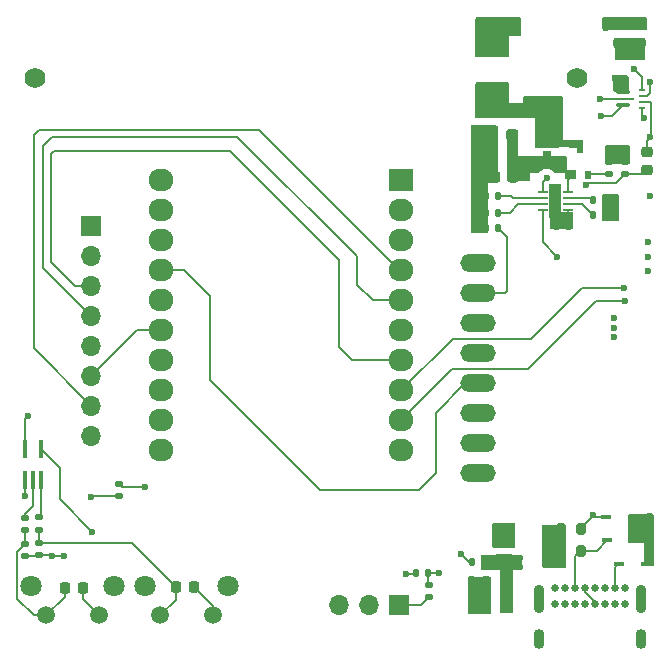
<source format=gbr>
%TF.GenerationSoftware,KiCad,Pcbnew,8.0.0*%
%TF.CreationDate,2025-02-07T12:18:44-03:30*%
%TF.ProjectId,Detection_Eval,44657465-6374-4696-9f6e-5f4576616c2e,rev?*%
%TF.SameCoordinates,Original*%
%TF.FileFunction,Copper,L4,Bot*%
%TF.FilePolarity,Positive*%
%FSLAX46Y46*%
G04 Gerber Fmt 4.6, Leading zero omitted, Abs format (unit mm)*
G04 Created by KiCad (PCBNEW 8.0.0) date 2025-02-07 12:18:44*
%MOMM*%
%LPD*%
G01*
G04 APERTURE LIST*
G04 Aperture macros list*
%AMRoundRect*
0 Rectangle with rounded corners*
0 $1 Rounding radius*
0 $2 $3 $4 $5 $6 $7 $8 $9 X,Y pos of 4 corners*
0 Add a 4 corners polygon primitive as box body*
4,1,4,$2,$3,$4,$5,$6,$7,$8,$9,$2,$3,0*
0 Add four circle primitives for the rounded corners*
1,1,$1+$1,$2,$3*
1,1,$1+$1,$4,$5*
1,1,$1+$1,$6,$7*
1,1,$1+$1,$8,$9*
0 Add four rect primitives between the rounded corners*
20,1,$1+$1,$2,$3,$4,$5,0*
20,1,$1+$1,$4,$5,$6,$7,0*
20,1,$1+$1,$6,$7,$8,$9,0*
20,1,$1+$1,$8,$9,$2,$3,0*%
G04 Aperture macros list end*
%TA.AperFunction,ComponentPad*%
%ADD10O,1.700000X1.700000*%
%TD*%
%TA.AperFunction,ComponentPad*%
%ADD11R,1.700000X1.700000*%
%TD*%
%TA.AperFunction,ComponentPad*%
%ADD12C,0.650000*%
%TD*%
%TA.AperFunction,ComponentPad*%
%ADD13O,0.900000X1.700000*%
%TD*%
%TA.AperFunction,ComponentPad*%
%ADD14O,0.900000X2.400000*%
%TD*%
%TA.AperFunction,ComponentPad*%
%ADD15C,1.498600*%
%TD*%
%TA.AperFunction,ComponentPad*%
%ADD16C,1.803400*%
%TD*%
%TA.AperFunction,ComponentPad*%
%ADD17C,1.760000*%
%TD*%
%TA.AperFunction,SMDPad,CuDef*%
%ADD18R,0.500000X0.750000*%
%TD*%
%TA.AperFunction,SMDPad,CuDef*%
%ADD19RoundRect,0.135000X-0.185000X0.135000X-0.185000X-0.135000X0.185000X-0.135000X0.185000X0.135000X0*%
%TD*%
%TA.AperFunction,SMDPad,CuDef*%
%ADD20R,2.794000X2.958600*%
%TD*%
%TA.AperFunction,SMDPad,CuDef*%
%ADD21R,0.812800X0.355600*%
%TD*%
%TA.AperFunction,SMDPad,CuDef*%
%ADD22RoundRect,0.135000X0.185000X-0.135000X0.185000X0.135000X-0.185000X0.135000X-0.185000X-0.135000X0*%
%TD*%
%TA.AperFunction,SMDPad,CuDef*%
%ADD23RoundRect,0.100000X0.100000X-0.650000X0.100000X0.650000X-0.100000X0.650000X-0.100000X-0.650000X0*%
%TD*%
%TA.AperFunction,SMDPad,CuDef*%
%ADD24RoundRect,0.225000X0.250000X-0.225000X0.250000X0.225000X-0.250000X0.225000X-0.250000X-0.225000X0*%
%TD*%
%TA.AperFunction,SMDPad,CuDef*%
%ADD25RoundRect,0.087500X-0.487500X-0.087500X0.487500X-0.087500X0.487500X0.087500X-0.487500X0.087500X0*%
%TD*%
%TA.AperFunction,SMDPad,CuDef*%
%ADD26RoundRect,0.050000X-0.675000X-0.050000X0.675000X-0.050000X0.675000X0.050000X-0.675000X0.050000X0*%
%TD*%
%TA.AperFunction,SMDPad,CuDef*%
%ADD27RoundRect,0.062500X-0.162500X-0.062500X0.162500X-0.062500X0.162500X0.062500X-0.162500X0.062500X0*%
%TD*%
%TA.AperFunction,SMDPad,CuDef*%
%ADD28RoundRect,0.135000X0.135000X0.185000X-0.135000X0.185000X-0.135000X-0.185000X0.135000X-0.185000X0*%
%TD*%
%TA.AperFunction,SMDPad,CuDef*%
%ADD29R,1.470000X1.200000*%
%TD*%
%TA.AperFunction,SMDPad,CuDef*%
%ADD30RoundRect,0.225000X0.225000X0.250000X-0.225000X0.250000X-0.225000X-0.250000X0.225000X-0.250000X0*%
%TD*%
%TA.AperFunction,SMDPad,CuDef*%
%ADD31RoundRect,0.135000X-0.135000X-0.185000X0.135000X-0.185000X0.135000X0.185000X-0.135000X0.185000X0*%
%TD*%
%TA.AperFunction,SMDPad,CuDef*%
%ADD32R,0.806066X0.256842*%
%TD*%
%TA.AperFunction,SMDPad,CuDef*%
%ADD33R,1.000000X3.000000*%
%TD*%
%TA.AperFunction,SMDPad,CuDef*%
%ADD34R,2.082800X3.429000*%
%TD*%
%TA.AperFunction,SMDPad,CuDef*%
%ADD35R,0.711200X1.524000*%
%TD*%
%TA.AperFunction,ComponentPad*%
%ADD36R,2.100000X1.900000*%
%TD*%
%TA.AperFunction,ComponentPad*%
%ADD37O,2.100000X1.900000*%
%TD*%
%TA.AperFunction,SMDPad,CuDef*%
%ADD38RoundRect,0.200000X0.200000X0.275000X-0.200000X0.275000X-0.200000X-0.275000X0.200000X-0.275000X0*%
%TD*%
%TA.AperFunction,ComponentPad*%
%ADD39O,3.000000X1.500000*%
%TD*%
%TA.AperFunction,ViaPad*%
%ADD40C,0.600000*%
%TD*%
%TA.AperFunction,Conductor*%
%ADD41C,0.200000*%
%TD*%
G04 APERTURE END LIST*
D10*
%TO.P,U5,8,BL*%
%TO.N,BACKLIGHT*%
X96300000Y-124010000D03*
%TO.P,U5,7,RST*%
%TO.N,RESET*%
X96300000Y-121470000D03*
%TO.P,U5,6,DC*%
%TO.N,DATA{slash}CMD_SEL*%
X96300000Y-118930000D03*
%TO.P,U5,5,CS*%
%TO.N,HSPI_CS*%
X96300000Y-116390000D03*
%TO.P,U5,4,CLK*%
%TO.N,HSPI_CLK*%
X96300000Y-113850000D03*
%TO.P,U5,3,DIN*%
%TO.N,HSPI_MOSI*%
X96300000Y-111310000D03*
%TO.P,U5,2,GND*%
%TO.N,GND*%
X96300000Y-108770000D03*
D11*
%TO.P,U5,1,VCC*%
%TO.N,+3V3*%
X96300000Y-106230000D03*
%TD*%
D12*
%TO.P,J1,A1,GND*%
%TO.N,GND*%
X135560000Y-136840000D03*
%TO.P,J1,A4,VBUS*%
%TO.N,VBUS*%
X136410000Y-136840000D03*
%TO.P,J1,A5,CC1*%
%TO.N,/Battery/CC1*%
X137260000Y-136840000D03*
%TO.P,J1,A6,DP1*%
%TO.N,/Battery/DP*%
X138110000Y-136840000D03*
%TO.P,J1,A7,DN1*%
%TO.N,/Battery/DN*%
X138960000Y-136840000D03*
%TO.P,J1,A8,SBU1*%
%TO.N,unconnected-(J1-SBU1-PadA8)*%
X139810000Y-136840000D03*
%TO.P,J1,A9,VBUS*%
%TO.N,VBUS*%
X140660000Y-136840000D03*
%TO.P,J1,A12,GND*%
%TO.N,GND*%
X141510000Y-136840000D03*
%TO.P,J1,B1,GND*%
X141510000Y-138190000D03*
%TO.P,J1,B4,VBUS*%
%TO.N,VBUS*%
X140660000Y-138190000D03*
%TO.P,J1,B5,CC2*%
%TO.N,/Battery/CC2*%
X139810000Y-138190000D03*
%TO.P,J1,B6,DP2*%
%TO.N,/Battery/DP*%
X138960000Y-138190000D03*
%TO.P,J1,B7,DN2*%
%TO.N,/Battery/DN*%
X138110000Y-138190000D03*
%TO.P,J1,B8,SBU2*%
%TO.N,unconnected-(J1-SBU2-PadB8)*%
X137260000Y-138190000D03*
%TO.P,J1,B9,VBUS*%
%TO.N,VBUS*%
X136410000Y-138190000D03*
%TO.P,J1,B12,GND*%
%TO.N,GND*%
X135560000Y-138190000D03*
D13*
%TO.P,J1,S1,SHELL*%
X134210000Y-141200000D03*
%TO.P,J1,S2,SHELL*%
X142860000Y-141200000D03*
D14*
%TO.P,J1,S3,SHELL*%
X134210000Y-137820000D03*
%TO.P,J1,S4,SHELL*%
X142860000Y-137820000D03*
%TD*%
D15*
%TO.P,U9,1,1*%
%TO.N,Net-(C1-Pad2)*%
X102109999Y-139200000D03*
%TO.P,U9,2,2*%
%TO.N,+5V*%
X106610000Y-139200000D03*
D16*
%TO.P,U9,3,3*%
%TO.N,GND*%
X100854999Y-136709701D03*
%TO.P,U9,4,4*%
X107865000Y-136709701D03*
%TD*%
D17*
%TO.P,BT2,N*%
%TO.N,GND*%
X91500000Y-93700000D03*
%TO.P,BT2,P*%
%TO.N,Net-(BT2-PadP)*%
X137370000Y-93700000D03*
%TD*%
D15*
%TO.P,U2,1,1*%
%TO.N,Net-(C2-Pad2)*%
X92471749Y-139166699D03*
%TO.P,U2,2,2*%
%TO.N,+5V*%
X96971750Y-139166699D03*
D16*
%TO.P,U2,3,3*%
%TO.N,GND*%
X91216749Y-136676400D03*
%TO.P,U2,4,4*%
X98226750Y-136676400D03*
%TD*%
D11*
%TO.P,U4,1,SIGNAL*%
%TO.N,Net-(U4-SIGNAL)*%
X122335000Y-138325000D03*
D10*
%TO.P,U4,2,V+*%
%TO.N,+3V3*%
X119795000Y-138325000D03*
%TO.P,U4,3,GND*%
%TO.N,GND*%
X117255000Y-138325000D03*
%TD*%
D18*
%TO.P,Q2,1,D*%
%TO.N,Net-(Q2-D)*%
X138350000Y-101872800D03*
%TO.P,Q2,2,G*%
%TO.N,VDD*%
X137050000Y-101872800D03*
%TO.P,Q2,3,S*%
%TO.N,VCC*%
X137700000Y-99672800D03*
%TD*%
D19*
%TO.P,R8,1*%
%TO.N,Net-(C2-Pad2)*%
X90700000Y-133170000D03*
%TO.P,R8,2*%
%TO.N,GND*%
X90700000Y-134190000D03*
%TD*%
D20*
%TO.P,L1,1,1*%
%TO.N,VCC*%
X130200000Y-95500000D03*
%TO.P,L1,2,2*%
%TO.N,Net-(U7-SW)*%
X130200000Y-90458600D03*
%TD*%
D21*
%TO.P,D4,2,A*%
%TO.N,GND*%
X143217600Y-134800000D03*
%TO.P,D4,1,K*%
%TO.N,VBUS*%
X140982400Y-134800000D03*
%TD*%
D22*
%TO.P,R23,1*%
%TO.N,Net-(C2-Pad2)*%
X90700000Y-132000000D03*
%TO.P,R23,2*%
%TO.N,/BUTTON2*%
X90700000Y-130980000D03*
%TD*%
%TO.P,R17,1*%
%TO.N,Net-(Q2-D)*%
X140100000Y-101782800D03*
%TO.P,R17,2*%
%TO.N,Net-(BT2-PadP)*%
X140100000Y-100762800D03*
%TD*%
D23*
%TO.P,U1,1*%
%TO.N,/BUTTON1*%
X92000000Y-127760000D03*
%TO.P,U1,2*%
%TO.N,/BUTTON2*%
X91350000Y-127760000D03*
%TO.P,U1,3,GND*%
%TO.N,GND*%
X90700000Y-127760000D03*
%TO.P,U1,4*%
%TO.N,FAILSAFE*%
X90700000Y-125100000D03*
%TO.P,U1,5,VCC*%
%TO.N,+5V*%
X92000000Y-125100000D03*
%TD*%
D24*
%TO.P,C6,1*%
%TO.N,VCC*%
X141000000Y-90700000D03*
%TO.P,C6,2*%
%TO.N,GND*%
X141000000Y-89150000D03*
%TD*%
D25*
%TO.P,U7,1,GND*%
%TO.N,GND*%
X141300000Y-96000000D03*
D26*
%TO.P,U7,2,SW*%
%TO.N,Net-(U7-SW)*%
X141450000Y-95450000D03*
D25*
%TO.P,U7,3,VOUT*%
%TO.N,+5V*%
X141300000Y-94900000D03*
D27*
%TO.P,U7,4,FB*%
%TO.N,Net-(U7-FB)*%
X142900000Y-94700000D03*
%TO.P,U7,5,EN*%
%TO.N,VCC*%
X142900000Y-95200000D03*
%TO.P,U7,6,MODE*%
%TO.N,GND*%
X142900000Y-95700000D03*
%TO.P,U7,7,VIN*%
%TO.N,VCC*%
X142900000Y-96200000D03*
%TD*%
D28*
%TO.P,R20,1*%
%TO.N,GND*%
X139810000Y-104000000D03*
%TO.P,R20,2*%
%TO.N,Net-(U8-ISET)*%
X138790000Y-104000000D03*
%TD*%
%TO.P,R19,1*%
%TO.N,GND*%
X139810000Y-105300000D03*
%TO.P,R19,2*%
%TO.N,Net-(U8-TS)*%
X138790000Y-105300000D03*
%TD*%
D29*
%TO.P,FB1,1*%
%TO.N,VBUS*%
X131200000Y-134600000D03*
%TO.P,FB1,2*%
%TO.N,VDD*%
X131200000Y-132880000D03*
%TD*%
D30*
%TO.P,C1,1*%
%TO.N,+5V*%
X105010000Y-136800000D03*
%TO.P,C1,2*%
%TO.N,Net-(C1-Pad2)*%
X103460000Y-136800000D03*
%TD*%
D28*
%TO.P,R7,1*%
%TO.N,Net-(U3-ADO)*%
X130710000Y-106400000D03*
%TO.P,R7,2*%
%TO.N,GND*%
X129690000Y-106400000D03*
%TD*%
D21*
%TO.P,D6,1,K*%
%TO.N,/Battery/CC2*%
X139882400Y-130900000D03*
%TO.P,D6,2,A*%
%TO.N,GND*%
X142117600Y-130900000D03*
%TD*%
D22*
%TO.P,R1,1*%
%TO.N,Net-(C1-Pad2)*%
X91900000Y-131920000D03*
%TO.P,R1,2*%
%TO.N,/BUTTON1*%
X91900000Y-130900000D03*
%TD*%
D31*
%TO.P,R21,1*%
%TO.N,GND*%
X129700000Y-103700000D03*
%TO.P,R21,2*%
%TO.N,Net-(U8-VSET)*%
X130720000Y-103700000D03*
%TD*%
D19*
%TO.P,R3,1*%
%TO.N,Net-(C1-Pad2)*%
X91900000Y-133100000D03*
%TO.P,R3,2*%
%TO.N,GND*%
X91900000Y-134120000D03*
%TD*%
D30*
%TO.P,C2,1*%
%TO.N,+5V*%
X95575000Y-136900000D03*
%TO.P,C2,2*%
%TO.N,Net-(C2-Pad2)*%
X94025000Y-136900000D03*
%TD*%
D31*
%TO.P,R22,1*%
%TO.N,GND*%
X129690000Y-105100000D03*
%TO.P,R22,2*%
%TO.N,Net-(U8-TMR)*%
X130710000Y-105100000D03*
%TD*%
D32*
%TO.P,U8,1,IN*%
%TO.N,VDD*%
X136606066Y-103372801D03*
%TO.P,U8,2,ISET*%
%TO.N,Net-(U8-ISET)*%
X136606066Y-103872799D03*
%TO.P,U8,3,TS*%
%TO.N,Net-(U8-TS)*%
X136606066Y-104372799D03*
%TO.P,U8,4,GND*%
%TO.N,GND*%
X136606066Y-104872800D03*
%TO.P,U8,5,STAT*%
%TO.N,Net-(D1-K)*%
X134500000Y-104872800D03*
%TO.P,U8,6,TMR*%
%TO.N,Net-(U8-TMR)*%
X134500000Y-104372799D03*
%TO.P,U8,7,VSET*%
%TO.N,Net-(U8-VSET)*%
X134500000Y-103872799D03*
%TO.P,U8,8,OUT*%
%TO.N,Net-(U8-OUT)*%
X134500000Y-103372801D03*
D33*
%TO.P,U8,9,Thermal_Pad*%
%TO.N,GND*%
X135553033Y-104122799D03*
%TD*%
D34*
%TO.P,D2,1,K*%
%TO.N,VCC*%
X134900000Y-97920300D03*
D35*
%TO.P,D2,2,A*%
%TO.N,VDD*%
X134900000Y-100600000D03*
%TD*%
D28*
%TO.P,R10,1*%
%TO.N,ECG*%
X124800000Y-135610000D03*
%TO.P,R10,2*%
%TO.N,GND*%
X123780000Y-135610000D03*
%TD*%
D30*
%TO.P,C11,1*%
%TO.N,VDD*%
X131975000Y-102100000D03*
%TO.P,C11,2*%
%TO.N,GND*%
X130425000Y-102100000D03*
%TD*%
D36*
%TO.P,U6,1,RESET_5V*%
%TO.N,unconnected-(U6-RESET_5V-Pad1)*%
X122500000Y-102340000D03*
D37*
%TO.P,U6,2,ADC*%
%TO.N,ECG*%
X122500000Y-104880000D03*
%TO.P,U6,3,CH_PD*%
%TO.N,unconnected-(U6-CH_PD-Pad3)*%
X122500000Y-107420000D03*
%TO.P,U6,4,GPIO16*%
%TO.N,RESET*%
X122500000Y-109960000D03*
%TO.P,U6,5,GPIO14*%
%TO.N,HSPI_CLK*%
X122500000Y-112500000D03*
%TO.P,U6,6,GPIO12*%
%TO.N,Net-(U6-GPIO12)*%
X122500000Y-115040000D03*
%TO.P,U6,7,GPIO13*%
%TO.N,HSPI_MOSI*%
X122500000Y-117580000D03*
%TO.P,U6,8,VIN*%
%TO.N,Net-(U6-VIN)*%
X122500000Y-120120000D03*
%TO.P,U6,9,VBAT*%
%TO.N,Net-(U6-VBAT)*%
X122500000Y-122660000D03*
%TO.P,U6,10,GND*%
%TO.N,GND*%
X122500000Y-125200000D03*
%TO.P,U6,11,GND*%
X102180000Y-125200000D03*
%TO.P,U6,12,LDO_EN*%
%TO.N,unconnected-(U6-LDO_EN-Pad12)*%
X102180000Y-122660000D03*
%TO.P,U6,13,3.3V*%
%TO.N,+3V3*%
X102180000Y-120120000D03*
%TO.P,U6,14,GPIO15*%
%TO.N,HSPI_CS*%
X102180000Y-117580000D03*
%TO.P,U6,15,GPIO2*%
%TO.N,DATA{slash}CMD_SEL*%
X102180000Y-115040000D03*
%TO.P,U6,16,GPIO0*%
%TO.N,BACKLIGHT*%
X102180000Y-112500000D03*
%TO.P,U6,17,GPIO4*%
%TO.N,SDA_ACCEL*%
X102180000Y-109960000D03*
%TO.P,U6,18,GPIO5*%
%TO.N,SCL_ACCEL*%
X102180000Y-107420000D03*
%TO.P,U6,19,RXD*%
%TO.N,unconnected-(U6-RXD-Pad19)*%
X102180000Y-104880000D03*
%TO.P,U6,20,TXD*%
%TO.N,unconnected-(U6-TXD-Pad20)*%
X102180000Y-102340000D03*
%TD*%
D38*
%TO.P,R15,2*%
%TO.N,GND*%
X136075000Y-131900000D03*
%TO.P,R15,1*%
%TO.N,/Battery/CC2*%
X137725000Y-131900000D03*
%TD*%
D22*
%TO.P,R5,1*%
%TO.N,FAILSAFE*%
X98600000Y-129110000D03*
%TO.P,R5,2*%
%TO.N,Net-(U6-GPIO12)*%
X98600000Y-128090000D03*
%TD*%
D19*
%TO.P,R18,1*%
%TO.N,Net-(BT2-PadP)*%
X141500000Y-100762800D03*
%TO.P,R18,2*%
%TO.N,Net-(U8-OUT)*%
X141500000Y-101782800D03*
%TD*%
D24*
%TO.P,C3,1*%
%TO.N,VCC*%
X142720000Y-90700000D03*
%TO.P,C3,2*%
%TO.N,GND*%
X142720000Y-89150000D03*
%TD*%
D31*
%TO.P,R13,1*%
%TO.N,Net-(D1-A)*%
X128490000Y-134700000D03*
%TO.P,R13,2*%
%TO.N,VBUS*%
X129510000Y-134700000D03*
%TD*%
D38*
%TO.P,R14,1*%
%TO.N,/Battery/CC1*%
X137725000Y-133700000D03*
%TO.P,R14,2*%
%TO.N,GND*%
X136075000Y-133700000D03*
%TD*%
D30*
%TO.P,C8,1*%
%TO.N,VBUS*%
X131275000Y-136400000D03*
%TO.P,C8,2*%
%TO.N,GND*%
X129725000Y-136400000D03*
%TD*%
%TO.P,C7,1*%
%TO.N,VDD*%
X131875000Y-100300000D03*
%TO.P,C7,2*%
%TO.N,GND*%
X130325000Y-100300000D03*
%TD*%
D24*
%TO.P,C9,1*%
%TO.N,Net-(U8-OUT)*%
X143300000Y-101500000D03*
%TO.P,C9,2*%
%TO.N,GND*%
X143300000Y-99950000D03*
%TD*%
D21*
%TO.P,D5,1,K*%
%TO.N,/Battery/CC1*%
X139982400Y-132800000D03*
%TO.P,D5,2,A*%
%TO.N,GND*%
X142217600Y-132800000D03*
%TD*%
D38*
%TO.P,R16,1*%
%TO.N,VDD*%
X131825000Y-98500000D03*
%TO.P,R16,2*%
%TO.N,GND*%
X130175000Y-98500000D03*
%TD*%
D22*
%TO.P,R9,1*%
%TO.N,Net-(U4-SIGNAL)*%
X124900000Y-137620000D03*
%TO.P,R9,2*%
%TO.N,ECG*%
X124900000Y-136600000D03*
%TD*%
D30*
%TO.P,C10,1*%
%TO.N,VBUS*%
X131275000Y-138500000D03*
%TO.P,C10,2*%
%TO.N,GND*%
X129725000Y-138500000D03*
%TD*%
D39*
%TO.P,U3,8,INT*%
%TO.N,unconnected-(U3-INT-Pad8)*%
X129018400Y-109387400D03*
%TO.P,U3,7,ADO*%
%TO.N,Net-(U3-ADO)*%
X129018400Y-111927400D03*
%TO.P,U3,6,XCL*%
%TO.N,unconnected-(U3-XCL-Pad6)*%
X129018400Y-114467400D03*
%TO.P,U3,5,XDA*%
%TO.N,unconnected-(U3-XDA-Pad5)*%
X129018400Y-117007400D03*
%TO.P,U3,4,SDA*%
%TO.N,SDA_ACCEL*%
X129018400Y-119547400D03*
%TO.P,U3,3,SCL*%
%TO.N,SCL_ACCEL*%
X129018400Y-122087400D03*
%TO.P,U3,2,GND*%
%TO.N,GND*%
X129018400Y-124627400D03*
%TO.P,U3,1,VCC*%
%TO.N,+3V3*%
X129018400Y-127167400D03*
%TD*%
D40*
%TO.N,Net-(BT2-PadP)*%
X140850000Y-99750000D03*
X140050000Y-99750000D03*
%TO.N,+5V*%
X143400000Y-107600000D03*
%TO.N,Net-(U7-SW)*%
X132250000Y-89400000D03*
%TO.N,VDD*%
X133050000Y-101800000D03*
%TO.N,GND*%
X122950000Y-135650000D03*
%TO.N,VDD*%
X130700000Y-131650000D03*
X131600000Y-131650000D03*
%TO.N,VBUS*%
X132550000Y-134350000D03*
X132550000Y-135100000D03*
%TO.N,GND*%
X136000000Y-134800000D03*
X134800000Y-134700000D03*
X134850000Y-133800000D03*
%TO.N,VCC*%
X143550000Y-94000000D03*
%TO.N,Net-(U7-FB)*%
X143610000Y-103700000D03*
X142250000Y-92950000D03*
%TO.N,Net-(D1-K)*%
X135750000Y-108850000D03*
%TO.N,Net-(U6-VIN)*%
X141400000Y-111450000D03*
%TO.N,Net-(U6-VBAT)*%
X141470000Y-112600000D03*
%TO.N,Net-(U6-GPIO12)*%
X100850000Y-128350000D03*
%TO.N,ECG*%
X125700000Y-135600000D03*
%TO.N,FAILSAFE*%
X96250000Y-129150000D03*
X90950000Y-122300000D03*
%TO.N,Net-(U8-OUT)*%
X138150000Y-102747802D03*
X134836589Y-102172073D03*
%TO.N,VDD*%
X133050000Y-100750000D03*
%TO.N,+5V*%
X96350000Y-132100000D03*
%TO.N,/Battery/CC2*%
X138750000Y-130700000D03*
%TO.N,VCC*%
X135300000Y-95600000D03*
X134300000Y-95600000D03*
X143100000Y-97050000D03*
%TO.N,Net-(U7-SW)*%
X139350000Y-95450000D03*
X132250000Y-88800000D03*
%TO.N,+5V*%
X143400000Y-108850000D03*
X143400000Y-110050000D03*
X140600000Y-93700000D03*
X141250000Y-93700000D03*
%TO.N,Net-(D1-A)*%
X127600000Y-134000000D03*
%TO.N,GND*%
X140550000Y-115650000D03*
X140550000Y-114850000D03*
X140550000Y-114050000D03*
X90700000Y-129100000D03*
X94000000Y-134200000D03*
X93000000Y-134200000D03*
X143600000Y-133000000D03*
X143600000Y-131900000D03*
X143600000Y-130800000D03*
X128500000Y-138800000D03*
X128500000Y-137900000D03*
X128500000Y-137000000D03*
X128500000Y-136100000D03*
X139900000Y-89450000D03*
X139950000Y-88800000D03*
X140700000Y-104700000D03*
X140700000Y-105500000D03*
X140700000Y-103900000D03*
X136700000Y-106300000D03*
X135700000Y-106300000D03*
X143610000Y-98700000D03*
X139400000Y-96900000D03*
X128800000Y-106400000D03*
X128800000Y-105100000D03*
X128800000Y-103800000D03*
X129000000Y-102200000D03*
X129000000Y-100500000D03*
X128900000Y-98500000D03*
%TO.N,VCC*%
X141000000Y-91700000D03*
X142700000Y-91700000D03*
%TD*%
D41*
%TO.N,+5V*%
X95575000Y-137769949D02*
X95575000Y-136900000D01*
X96971750Y-139166699D02*
X95575000Y-137769949D01*
X106610000Y-138400000D02*
X105010000Y-136800000D01*
X106610000Y-139200000D02*
X106610000Y-138400000D01*
%TO.N,VCC*%
X142900000Y-96850000D02*
X142900000Y-96200000D01*
X143100000Y-97050000D02*
X142900000Y-96850000D01*
%TO.N,+5V*%
X93600000Y-129350000D02*
X93600000Y-126700000D01*
X93600000Y-126700000D02*
X92000000Y-125100000D01*
X96350000Y-132100000D02*
X93600000Y-129350000D01*
%TO.N,GND*%
X135553033Y-106153033D02*
X135700000Y-106300000D01*
X135553033Y-104122799D02*
X135553033Y-106153033D01*
X136606066Y-106206066D02*
X136700000Y-106300000D01*
X136606066Y-104872800D02*
X136606066Y-106206066D01*
%TO.N,Net-(U8-OUT)*%
X134500000Y-102508662D02*
X134500000Y-103372801D01*
X134836589Y-102172073D02*
X134500000Y-102508662D01*
%TO.N,Net-(D1-K)*%
X135750000Y-108850000D02*
X134500000Y-107600000D01*
X134500000Y-107600000D02*
X134500000Y-104872800D01*
%TO.N,GND*%
X139400000Y-96900000D02*
X140400000Y-96900000D01*
X140400000Y-96900000D02*
X141300000Y-96000000D01*
%TO.N,Net-(U8-OUT)*%
X140735000Y-102547800D02*
X141500000Y-101782800D01*
X138150000Y-102747802D02*
X138350002Y-102547800D01*
X138350002Y-102547800D02*
X140735000Y-102547800D01*
%TO.N,Net-(U7-SW)*%
X139350000Y-95450000D02*
X141450000Y-95450000D01*
%TO.N,GND*%
X143610000Y-98700000D02*
X143300000Y-99010000D01*
X142913190Y-95713190D02*
X142900000Y-95700000D01*
X143700000Y-95802326D02*
X143610864Y-95713190D01*
X143610000Y-98544438D02*
X143700000Y-98454438D01*
X143610864Y-95713190D02*
X142913190Y-95713190D01*
X143610000Y-98700000D02*
X143610000Y-98544438D01*
X143300000Y-99010000D02*
X143300000Y-99950000D01*
X143700000Y-98454438D02*
X143700000Y-95802326D01*
%TO.N,Net-(U7-FB)*%
X142250000Y-92950000D02*
X142900000Y-93600000D01*
X142900000Y-93600000D02*
X142900000Y-94700000D01*
%TO.N,SDA_ACCEL*%
X125450000Y-122050000D02*
X127952600Y-119547400D01*
X124000000Y-128550000D02*
X125450000Y-127100000D01*
X106350000Y-112150000D02*
X106350000Y-119250000D01*
X104160000Y-109960000D02*
X106350000Y-112150000D01*
X106350000Y-119250000D02*
X115650000Y-128550000D01*
X115650000Y-128550000D02*
X124000000Y-128550000D01*
X127952600Y-119547400D02*
X129018400Y-119547400D01*
X102180000Y-109960000D02*
X104160000Y-109960000D01*
X125450000Y-127100000D02*
X125450000Y-122050000D01*
%TO.N,Net-(U6-GPIO12)*%
X100850000Y-128350000D02*
X98860000Y-128350000D01*
X98860000Y-128350000D02*
X98600000Y-128090000D01*
%TO.N,FAILSAFE*%
X96290000Y-129110000D02*
X98600000Y-129110000D01*
X96250000Y-129150000D02*
X96290000Y-129110000D01*
X90700000Y-122550000D02*
X90700000Y-125100000D01*
X90950000Y-122300000D02*
X90700000Y-122550000D01*
%TO.N,GND*%
X90700000Y-129100000D02*
X90700000Y-127760000D01*
%TO.N,VCC*%
X143550000Y-94950000D02*
X143550000Y-94000000D01*
X143300000Y-95200000D02*
X143550000Y-94950000D01*
X142900000Y-95200000D02*
X143300000Y-95200000D01*
%TO.N,VDD*%
X136606066Y-102316734D02*
X137050000Y-101872800D01*
X136606066Y-103372801D02*
X136606066Y-102316734D01*
%TO.N,/BUTTON1*%
X92000000Y-130800000D02*
X91900000Y-130900000D01*
X92000000Y-127760000D02*
X92000000Y-130800000D01*
%TO.N,GND*%
X91900000Y-134120000D02*
X92920000Y-134120000D01*
X92920000Y-134120000D02*
X93000000Y-134200000D01*
X94000000Y-134200000D02*
X93000000Y-134200000D01*
X91830000Y-134190000D02*
X91900000Y-134120000D01*
X90700000Y-134190000D02*
X91830000Y-134190000D01*
X123740000Y-135650000D02*
X123780000Y-135610000D01*
X122950000Y-135650000D02*
X123740000Y-135650000D01*
%TO.N,/Battery/CC2*%
X139882400Y-130900000D02*
X138950000Y-130900000D01*
X138950000Y-130900000D02*
X138750000Y-130700000D01*
X138750000Y-130800000D02*
X138750000Y-130700000D01*
X137725000Y-131875000D02*
X137700000Y-131850000D01*
X137700000Y-131850000D02*
X138750000Y-130800000D01*
X137725000Y-131900000D02*
X137725000Y-131875000D01*
%TO.N,VBUS*%
X140660000Y-135122400D02*
X140982400Y-134800000D01*
X140660000Y-136840000D02*
X140660000Y-135122400D01*
%TO.N,Net-(U6-VBAT)*%
X139050000Y-112600000D02*
X141470000Y-112600000D01*
X133300000Y-118350000D02*
X139050000Y-112600000D01*
X126810000Y-118350000D02*
X133300000Y-118350000D01*
X122500000Y-122660000D02*
X126810000Y-118350000D01*
%TO.N,Net-(U6-VIN)*%
X137800000Y-111450000D02*
X141400000Y-111450000D01*
X133500000Y-115750000D02*
X137800000Y-111450000D01*
X126870000Y-115750000D02*
X133500000Y-115750000D01*
X122500000Y-120120000D02*
X126870000Y-115750000D01*
%TO.N,ECG*%
X124810000Y-135600000D02*
X124800000Y-135610000D01*
X125700000Y-135600000D02*
X124810000Y-135600000D01*
%TO.N,RESET*%
X110500000Y-98100000D02*
X122360000Y-109960000D01*
X91850000Y-98100000D02*
X110500000Y-98100000D01*
X91400000Y-98550000D02*
X91850000Y-98100000D01*
X122360000Y-109960000D02*
X122500000Y-109960000D01*
X91400000Y-116570000D02*
X91400000Y-98550000D01*
X96300000Y-121470000D02*
X91400000Y-116570000D01*
%TO.N,HSPI_CLK*%
X120100000Y-112500000D02*
X122500000Y-112500000D01*
X108650000Y-98650000D02*
X118800000Y-108800000D01*
X118800000Y-111200000D02*
X120100000Y-112500000D01*
X93000000Y-98650000D02*
X108650000Y-98650000D01*
X92200000Y-99450000D02*
X93000000Y-98650000D01*
X92200000Y-109750000D02*
X92200000Y-99450000D01*
X96300000Y-113850000D02*
X92200000Y-109750000D01*
X118800000Y-108800000D02*
X118800000Y-111200000D01*
%TO.N,HSPI_MOSI*%
X118330000Y-117580000D02*
X122500000Y-117580000D01*
X117250000Y-109100000D02*
X117250000Y-116500000D01*
X93150000Y-99850000D02*
X108000000Y-99850000D01*
X92850000Y-100150000D02*
X93150000Y-99850000D01*
X94910000Y-111310000D02*
X92850000Y-109250000D01*
X108000000Y-99850000D02*
X117250000Y-109100000D01*
X96300000Y-111310000D02*
X94910000Y-111310000D01*
X92850000Y-109250000D02*
X92850000Y-100150000D01*
X117250000Y-116500000D02*
X118330000Y-117580000D01*
%TO.N,DATA{slash}CMD_SEL*%
X100190000Y-115040000D02*
X102180000Y-115040000D01*
X96300000Y-118930000D02*
X100190000Y-115040000D01*
%TO.N,Net-(C2-Pad2)*%
X90010000Y-137764620D02*
X91412079Y-139166699D01*
X90015049Y-133854951D02*
X90010000Y-133854951D01*
X90010000Y-133854951D02*
X90010000Y-137764620D01*
X90700000Y-133170000D02*
X90015049Y-133854951D01*
X91412079Y-139166699D02*
X92471749Y-139166699D01*
X94025000Y-137613448D02*
X94025000Y-136900000D01*
X92471749Y-139166699D02*
X94025000Y-137613448D01*
%TO.N,Net-(C1-Pad2)*%
X103460000Y-137849999D02*
X102109999Y-139200000D01*
X103460000Y-136800000D02*
X103460000Y-137849999D01*
%TO.N,/Battery/DP*%
X138960000Y-138060000D02*
X138960000Y-138190000D01*
X138110000Y-137210000D02*
X138960000Y-138060000D01*
X138110000Y-136840000D02*
X138110000Y-137210000D01*
%TO.N,/Battery/CC1*%
X137260000Y-134165000D02*
X137725000Y-133700000D01*
X137260000Y-136840000D02*
X137260000Y-134165000D01*
%TO.N,Net-(D1-A)*%
X128300000Y-134700000D02*
X127600000Y-134000000D01*
X128490000Y-134700000D02*
X128300000Y-134700000D01*
%TO.N,/Battery/CC1*%
X139082400Y-133700000D02*
X139982400Y-132800000D01*
X137725000Y-133700000D02*
X139082400Y-133700000D01*
%TO.N,/BUTTON2*%
X90700000Y-130600000D02*
X91350000Y-129950000D01*
X90700000Y-130980000D02*
X90700000Y-130600000D01*
X91350000Y-129950000D02*
X91350000Y-127760000D01*
%TO.N,Net-(C1-Pad2)*%
X99760000Y-133100000D02*
X103460000Y-136800000D01*
X91900000Y-133100000D02*
X99760000Y-133100000D01*
%TO.N,Net-(C2-Pad2)*%
X90700000Y-132000000D02*
X90700000Y-133170000D01*
%TO.N,Net-(C1-Pad2)*%
X91900000Y-131920000D02*
X91900000Y-133100000D01*
%TO.N,ECG*%
X124800000Y-136500000D02*
X124900000Y-136600000D01*
X124800000Y-135610000D02*
X124800000Y-136500000D01*
%TO.N,Net-(U4-SIGNAL)*%
X122335000Y-138325000D02*
X124195000Y-138325000D01*
X124195000Y-138325000D02*
X124900000Y-137620000D01*
%TO.N,Net-(Q2-D)*%
X138440000Y-101782800D02*
X138350000Y-101872800D01*
X140100000Y-101782800D02*
X138440000Y-101782800D01*
%TO.N,Net-(U8-OUT)*%
X143017200Y-101782800D02*
X143300000Y-101500000D01*
X141500000Y-101782800D02*
X143017200Y-101782800D01*
%TO.N,Net-(U8-ISET)*%
X138662799Y-103872799D02*
X136606066Y-103872799D01*
X138790000Y-104000000D02*
X138662799Y-103872799D01*
%TO.N,Net-(U8-TS)*%
X138790000Y-105300000D02*
X137862799Y-104372799D01*
X137862799Y-104372799D02*
X136606066Y-104372799D01*
%TO.N,Net-(U3-ADO)*%
X131272600Y-111927400D02*
X129018400Y-111927400D01*
X131500000Y-111700000D02*
X131272600Y-111927400D01*
X131500000Y-107190000D02*
X131500000Y-111700000D01*
X130710000Y-106400000D02*
X131500000Y-107190000D01*
%TO.N,Net-(U8-TMR)*%
X131700000Y-105100000D02*
X132427201Y-104372799D01*
X132427201Y-104372799D02*
X134500000Y-104372799D01*
X130710000Y-105100000D02*
X131700000Y-105100000D01*
%TO.N,Net-(U8-VSET)*%
X131972799Y-103872799D02*
X134500000Y-103872799D01*
X131800000Y-103700000D02*
X131972799Y-103872799D01*
X130720000Y-103700000D02*
X131800000Y-103700000D01*
%TD*%
%TA.AperFunction,Conductor*%
%TO.N,VCC*%
G36*
X143143039Y-90319685D02*
G01*
X143188794Y-90372489D01*
X143200000Y-90424000D01*
X143200000Y-92076000D01*
X143180315Y-92143039D01*
X143127511Y-92188794D01*
X143076000Y-92200000D01*
X142551401Y-92200000D01*
X142510446Y-92193042D01*
X142429254Y-92164631D01*
X142429249Y-92164630D01*
X142250004Y-92144435D01*
X142249996Y-92144435D01*
X142070750Y-92164630D01*
X142070745Y-92164631D01*
X141989554Y-92193042D01*
X141948599Y-92200000D01*
X140724000Y-92200000D01*
X140656961Y-92180315D01*
X140611206Y-92127511D01*
X140600000Y-92076000D01*
X140600000Y-90424000D01*
X140619685Y-90356961D01*
X140672489Y-90311206D01*
X140724000Y-90300000D01*
X143076000Y-90300000D01*
X143143039Y-90319685D01*
G37*
%TD.AperFunction*%
%TD*%
%TA.AperFunction,Conductor*%
%TO.N,GND*%
G36*
X130643039Y-97719685D02*
G01*
X130688794Y-97772489D01*
X130700000Y-97824000D01*
X130700000Y-102476000D01*
X130680315Y-102543039D01*
X130627511Y-102588794D01*
X130576000Y-102600000D01*
X129900000Y-102600000D01*
X129900000Y-106676000D01*
X129880315Y-106743039D01*
X129827511Y-106788794D01*
X129776000Y-106800000D01*
X128524000Y-106800000D01*
X128456961Y-106780315D01*
X128411206Y-106727511D01*
X128400000Y-106676000D01*
X128400000Y-97824000D01*
X128419685Y-97756961D01*
X128472489Y-97711206D01*
X128524000Y-97700000D01*
X130576000Y-97700000D01*
X130643039Y-97719685D01*
G37*
%TD.AperFunction*%
%TD*%
%TA.AperFunction,Conductor*%
%TO.N,GND*%
G36*
X143852539Y-130619685D02*
G01*
X143898294Y-130672489D01*
X143909500Y-130724000D01*
X143909500Y-134926000D01*
X143889815Y-134993039D01*
X143837011Y-135038794D01*
X143785500Y-135050000D01*
X143224000Y-135050000D01*
X143156961Y-135030315D01*
X143111206Y-134977511D01*
X143100000Y-134926000D01*
X143100000Y-133050000D01*
X141824000Y-133050000D01*
X141756961Y-133030315D01*
X141711206Y-132977511D01*
X141700000Y-132926000D01*
X141700000Y-130724000D01*
X141719685Y-130656961D01*
X141772489Y-130611206D01*
X141824000Y-130600000D01*
X143785500Y-130600000D01*
X143852539Y-130619685D01*
G37*
%TD.AperFunction*%
%TD*%
%TA.AperFunction,Conductor*%
%TO.N,GND*%
G36*
X130093039Y-135919685D02*
G01*
X130138794Y-135972489D01*
X130150000Y-136024000D01*
X130150000Y-138926000D01*
X130130315Y-138993039D01*
X130077511Y-139038794D01*
X130026000Y-139050000D01*
X128274000Y-139050000D01*
X128206961Y-139030315D01*
X128161206Y-138977511D01*
X128150000Y-138926000D01*
X128150000Y-136024000D01*
X128169685Y-135956961D01*
X128222489Y-135911206D01*
X128274000Y-135900000D01*
X130026000Y-135900000D01*
X130093039Y-135919685D01*
G37*
%TD.AperFunction*%
%TD*%
%TA.AperFunction,Conductor*%
%TO.N,VBUS*%
G36*
X132693039Y-134069685D02*
G01*
X132738794Y-134122489D01*
X132750000Y-134174000D01*
X132750000Y-135226000D01*
X132730315Y-135293039D01*
X132677511Y-135338794D01*
X132626000Y-135350000D01*
X132000000Y-135350000D01*
X132000000Y-135200000D01*
X130850000Y-135200000D01*
X130850000Y-135350000D01*
X129424000Y-135350000D01*
X129356961Y-135330315D01*
X129311206Y-135277511D01*
X129300000Y-135226000D01*
X129300000Y-134174000D01*
X129319685Y-134106961D01*
X129372489Y-134061206D01*
X129424000Y-134050000D01*
X132626000Y-134050000D01*
X132693039Y-134069685D01*
G37*
%TD.AperFunction*%
%TD*%
%TA.AperFunction,Conductor*%
%TO.N,VDD*%
G36*
X132143039Y-131369685D02*
G01*
X132188794Y-131422489D01*
X132200000Y-131474000D01*
X132200000Y-133376000D01*
X132180315Y-133443039D01*
X132127511Y-133488794D01*
X132076000Y-133500000D01*
X131994167Y-133500000D01*
X131986188Y-133499572D01*
X131986183Y-133499678D01*
X131982879Y-133499500D01*
X131982873Y-133499500D01*
X131982866Y-133499500D01*
X130417129Y-133499500D01*
X130413805Y-133499679D01*
X130413799Y-133499573D01*
X130405837Y-133500000D01*
X130374000Y-133500000D01*
X130306961Y-133480315D01*
X130261206Y-133427511D01*
X130250000Y-133376000D01*
X130250000Y-131474000D01*
X130269685Y-131406961D01*
X130322489Y-131361206D01*
X130374000Y-131350000D01*
X132076000Y-131350000D01*
X132143039Y-131369685D01*
G37*
%TD.AperFunction*%
%TD*%
%TA.AperFunction,Conductor*%
%TO.N,VBUS*%
G36*
X132000000Y-135350000D02*
G01*
X132000000Y-138870491D01*
X131980315Y-138937530D01*
X131927511Y-138983285D01*
X131870614Y-138994374D01*
X130968614Y-138955157D01*
X130902493Y-138932579D01*
X130859075Y-138877837D01*
X130850000Y-138831274D01*
X130850000Y-135350000D01*
X130850000Y-135200000D01*
X132000000Y-135200000D01*
X132000000Y-135350000D01*
G37*
%TD.AperFunction*%
%TD*%
%TA.AperFunction,Conductor*%
%TO.N,GND*%
G36*
X136443039Y-131519685D02*
G01*
X136488794Y-131572489D01*
X136500000Y-131624000D01*
X136500000Y-135026000D01*
X136480315Y-135093039D01*
X136427511Y-135138794D01*
X136376000Y-135150000D01*
X134574000Y-135150000D01*
X134506961Y-135130315D01*
X134461206Y-135077511D01*
X134450000Y-135026000D01*
X134450000Y-131624000D01*
X134469685Y-131556961D01*
X134522489Y-131511206D01*
X134574000Y-131500000D01*
X136376000Y-131500000D01*
X136443039Y-131519685D01*
G37*
%TD.AperFunction*%
%TD*%
%TA.AperFunction,Conductor*%
%TO.N,GND*%
G36*
X135856339Y-102669685D02*
G01*
X135902094Y-102722489D01*
X135912038Y-102791647D01*
X135883013Y-102855203D01*
X135863614Y-102873263D01*
X135845487Y-102886834D01*
X135845486Y-102886835D01*
X135845485Y-102886836D01*
X135759239Y-103002044D01*
X135759235Y-103002051D01*
X135708943Y-103136893D01*
X135708942Y-103136897D01*
X135702533Y-103196507D01*
X135702533Y-103196514D01*
X135702533Y-103196515D01*
X135702533Y-103549091D01*
X135702534Y-103549101D01*
X135709032Y-103609551D01*
X135709032Y-103636057D01*
X135708942Y-103636895D01*
X135702533Y-103696505D01*
X135702533Y-103696506D01*
X135702533Y-103696510D01*
X135702533Y-104049089D01*
X135702534Y-104049092D01*
X135708499Y-104104583D01*
X135709033Y-104109545D01*
X135709033Y-104136054D01*
X135708942Y-104136892D01*
X135708942Y-104136895D01*
X135702533Y-104196505D01*
X135702533Y-104196512D01*
X135702533Y-104196513D01*
X135702533Y-104549089D01*
X135702534Y-104549096D01*
X135708941Y-104608703D01*
X135759235Y-104743548D01*
X135759239Y-104743555D01*
X135845485Y-104858764D01*
X135845488Y-104858767D01*
X135960697Y-104945013D01*
X135960704Y-104945017D01*
X136095550Y-104995311D01*
X136095549Y-104995311D01*
X136102477Y-104996055D01*
X136155160Y-105001720D01*
X136976000Y-105001719D01*
X137043039Y-105021403D01*
X137088794Y-105074207D01*
X137100000Y-105125719D01*
X137100000Y-106376000D01*
X137080315Y-106443039D01*
X137027511Y-106488794D01*
X136976000Y-106500000D01*
X135224500Y-106500000D01*
X135157461Y-106480315D01*
X135111706Y-106427511D01*
X135100500Y-106376000D01*
X135100500Y-105540671D01*
X135120185Y-105473632D01*
X135150185Y-105441407D01*
X135260579Y-105358767D01*
X135346829Y-105243552D01*
X135397124Y-105108704D01*
X135403533Y-105049094D01*
X135403532Y-104696507D01*
X135397124Y-104636896D01*
X135397033Y-104636049D01*
X135397034Y-104609541D01*
X135397597Y-104604300D01*
X135403533Y-104549093D01*
X135403532Y-104196506D01*
X135397124Y-104136895D01*
X135397123Y-104136893D01*
X135397033Y-104136053D01*
X135397033Y-104109544D01*
X135397123Y-104108705D01*
X135397124Y-104108703D01*
X135403533Y-104049093D01*
X135403532Y-103696506D01*
X135397124Y-103636895D01*
X135397123Y-103636892D01*
X135397033Y-103636054D01*
X135397033Y-103609545D01*
X135397123Y-103608707D01*
X135397124Y-103608705D01*
X135403533Y-103549095D01*
X135403532Y-103196508D01*
X135397124Y-103136897D01*
X135346829Y-103002049D01*
X135322091Y-102969003D01*
X135297674Y-102903538D01*
X135312526Y-102835265D01*
X135335328Y-102808214D01*
X135333927Y-102806813D01*
X135454421Y-102686319D01*
X135515744Y-102652834D01*
X135542102Y-102650000D01*
X135789300Y-102650000D01*
X135856339Y-102669685D01*
G37*
%TD.AperFunction*%
%TD*%
%TA.AperFunction,Conductor*%
%TO.N,VDD*%
G36*
X132343039Y-98069685D02*
G01*
X132388794Y-98122489D01*
X132400000Y-98174000D01*
X132400000Y-100300000D01*
X136426000Y-100300000D01*
X136493039Y-100319685D01*
X136538794Y-100372489D01*
X136550000Y-100424000D01*
X136550000Y-101500000D01*
X137226000Y-101500000D01*
X137293039Y-101519685D01*
X137338794Y-101572489D01*
X137350000Y-101624000D01*
X137350000Y-102126000D01*
X137330315Y-102193039D01*
X137277511Y-102238794D01*
X137226000Y-102250000D01*
X136524000Y-102250000D01*
X136456961Y-102230315D01*
X136411206Y-102177511D01*
X136400000Y-102126000D01*
X136400000Y-101750000D01*
X135585323Y-101750000D01*
X135518284Y-101730315D01*
X135480329Y-101691971D01*
X135466406Y-101669813D01*
X135466404Y-101669810D01*
X135338851Y-101542257D01*
X135186112Y-101446284D01*
X135015843Y-101386704D01*
X135015838Y-101386703D01*
X134836593Y-101366508D01*
X134836585Y-101366508D01*
X134657339Y-101386703D01*
X134657334Y-101386704D01*
X134487065Y-101446284D01*
X134334326Y-101542257D01*
X134206773Y-101669810D01*
X134206771Y-101669813D01*
X134192849Y-101691971D01*
X134140515Y-101738263D01*
X134087855Y-101750000D01*
X133450000Y-101750000D01*
X133450000Y-102326000D01*
X133430315Y-102393039D01*
X133377511Y-102438794D01*
X133326000Y-102450000D01*
X131574000Y-102450000D01*
X131506961Y-102430315D01*
X131461206Y-102377511D01*
X131450000Y-102326000D01*
X131450000Y-98174000D01*
X131469685Y-98106961D01*
X131522489Y-98061206D01*
X131574000Y-98050000D01*
X132276000Y-98050000D01*
X132343039Y-98069685D01*
G37*
%TD.AperFunction*%
%TD*%
%TA.AperFunction,Conductor*%
%TO.N,VCC*%
G36*
X131590839Y-94069685D02*
G01*
X131636594Y-94122489D01*
X131647800Y-94174000D01*
X131647800Y-95798700D01*
X132867000Y-95798700D01*
X132867000Y-95324000D01*
X132886685Y-95256961D01*
X132939489Y-95211206D01*
X132991000Y-95200000D01*
X136076000Y-95200000D01*
X136143039Y-95219685D01*
X136188794Y-95272489D01*
X136200000Y-95324000D01*
X136200000Y-98900000D01*
X137826000Y-98900000D01*
X137893039Y-98919685D01*
X137938794Y-98972489D01*
X137950000Y-99024000D01*
X137950000Y-99474478D01*
X137930315Y-99541517D01*
X137877511Y-99587272D01*
X137824488Y-99598469D01*
X135743054Y-99573085D01*
X135676259Y-99552584D01*
X135645300Y-99523406D01*
X135630019Y-99502994D01*
X135613146Y-99480454D01*
X135613144Y-99480453D01*
X135613144Y-99480452D01*
X135497935Y-99394206D01*
X135497928Y-99394202D01*
X135363082Y-99343908D01*
X135363083Y-99343908D01*
X135303483Y-99337501D01*
X135303481Y-99337500D01*
X135303473Y-99337500D01*
X135303464Y-99337500D01*
X134496529Y-99337500D01*
X134496523Y-99337501D01*
X134436916Y-99343908D01*
X134302071Y-99394202D01*
X134302064Y-99394206D01*
X134186857Y-99480451D01*
X134186849Y-99480459D01*
X134169979Y-99502994D01*
X134114044Y-99544864D01*
X134069202Y-99552672D01*
X133972488Y-99551493D01*
X133905694Y-99530992D01*
X133860586Y-99477635D01*
X133850000Y-99427502D01*
X133850000Y-97100000D01*
X128924000Y-97100000D01*
X128856961Y-97080315D01*
X128811206Y-97027511D01*
X128800000Y-96976000D01*
X128800000Y-94174000D01*
X128819685Y-94106961D01*
X128872489Y-94061206D01*
X128924000Y-94050000D01*
X131523800Y-94050000D01*
X131590839Y-94069685D01*
G37*
%TD.AperFunction*%
%TD*%
%TA.AperFunction,Conductor*%
%TO.N,Net-(U7-SW)*%
G36*
X132593039Y-88569685D02*
G01*
X132638794Y-88622489D01*
X132650000Y-88674000D01*
X132650000Y-90035900D01*
X132630315Y-90102939D01*
X132577511Y-90148694D01*
X132526000Y-90159900D01*
X131647800Y-90159900D01*
X131647800Y-91776000D01*
X131628115Y-91843039D01*
X131575311Y-91888794D01*
X131523800Y-91900000D01*
X128924000Y-91900000D01*
X128856961Y-91880315D01*
X128811206Y-91827511D01*
X128800000Y-91776000D01*
X128800000Y-88674000D01*
X128819685Y-88606961D01*
X128872489Y-88561206D01*
X128924000Y-88550000D01*
X132526000Y-88550000D01*
X132593039Y-88569685D01*
G37*
%TD.AperFunction*%
%TD*%
%TA.AperFunction,Conductor*%
%TO.N,GND*%
G36*
X143293039Y-88520185D02*
G01*
X143338794Y-88572989D01*
X143350000Y-88624500D01*
X143350000Y-89476000D01*
X143330315Y-89543039D01*
X143277511Y-89588794D01*
X143226000Y-89600000D01*
X139674000Y-89600000D01*
X139606961Y-89580315D01*
X139561206Y-89527511D01*
X139550000Y-89476000D01*
X139550000Y-88624500D01*
X139569685Y-88557461D01*
X139622489Y-88511706D01*
X139674000Y-88500500D01*
X143226000Y-88500500D01*
X143293039Y-88520185D01*
G37*
%TD.AperFunction*%
%TD*%
%TA.AperFunction,Conductor*%
%TO.N,GND*%
G36*
X140893039Y-103519685D02*
G01*
X140938794Y-103572489D01*
X140950000Y-103624000D01*
X140950000Y-105676000D01*
X140930315Y-105743039D01*
X140877511Y-105788794D01*
X140826000Y-105800000D01*
X139674000Y-105800000D01*
X139606961Y-105780315D01*
X139561206Y-105727511D01*
X139550000Y-105676000D01*
X139550000Y-105629234D01*
X139554924Y-105594637D01*
X139557665Y-105585204D01*
X139560500Y-105549181D01*
X139560499Y-105050820D01*
X139557665Y-105014796D01*
X139554923Y-105005357D01*
X139550000Y-104970763D01*
X139550000Y-104329234D01*
X139554924Y-104294637D01*
X139557665Y-104285204D01*
X139560500Y-104249181D01*
X139560499Y-103750820D01*
X139557665Y-103714796D01*
X139554923Y-103705357D01*
X139550000Y-103670763D01*
X139550000Y-103624000D01*
X139569685Y-103556961D01*
X139622489Y-103511206D01*
X139674000Y-103500000D01*
X140826000Y-103500000D01*
X140893039Y-103519685D01*
G37*
%TD.AperFunction*%
%TD*%
%TA.AperFunction,Conductor*%
%TO.N,+5V*%
G36*
X141585852Y-93419685D02*
G01*
X141614117Y-93448190D01*
X141615841Y-93446816D01*
X141620184Y-93452262D01*
X141747738Y-93579816D01*
X141791973Y-93607611D01*
X141838263Y-93659943D01*
X141850000Y-93712603D01*
X141850000Y-94725500D01*
X141830315Y-94792539D01*
X141777511Y-94838294D01*
X141726000Y-94849500D01*
X140574000Y-94849500D01*
X140506961Y-94829815D01*
X140461206Y-94777011D01*
X140450000Y-94725500D01*
X140450000Y-93524000D01*
X140469685Y-93456961D01*
X140522489Y-93411206D01*
X140574000Y-93400000D01*
X141518813Y-93400000D01*
X141585852Y-93419685D01*
G37*
%TD.AperFunction*%
%TD*%
%TA.AperFunction,Conductor*%
%TO.N,Net-(BT2-PadP)*%
G36*
X141843039Y-99419685D02*
G01*
X141888794Y-99472489D01*
X141900000Y-99524000D01*
X141900000Y-100876000D01*
X141880315Y-100943039D01*
X141827511Y-100988794D01*
X141776000Y-101000000D01*
X139874000Y-101000000D01*
X139806961Y-100980315D01*
X139761206Y-100927511D01*
X139750000Y-100876000D01*
X139750000Y-99524000D01*
X139769685Y-99456961D01*
X139822489Y-99411206D01*
X139874000Y-99400000D01*
X141776000Y-99400000D01*
X141843039Y-99419685D01*
G37*
%TD.AperFunction*%
%TD*%
M02*

</source>
